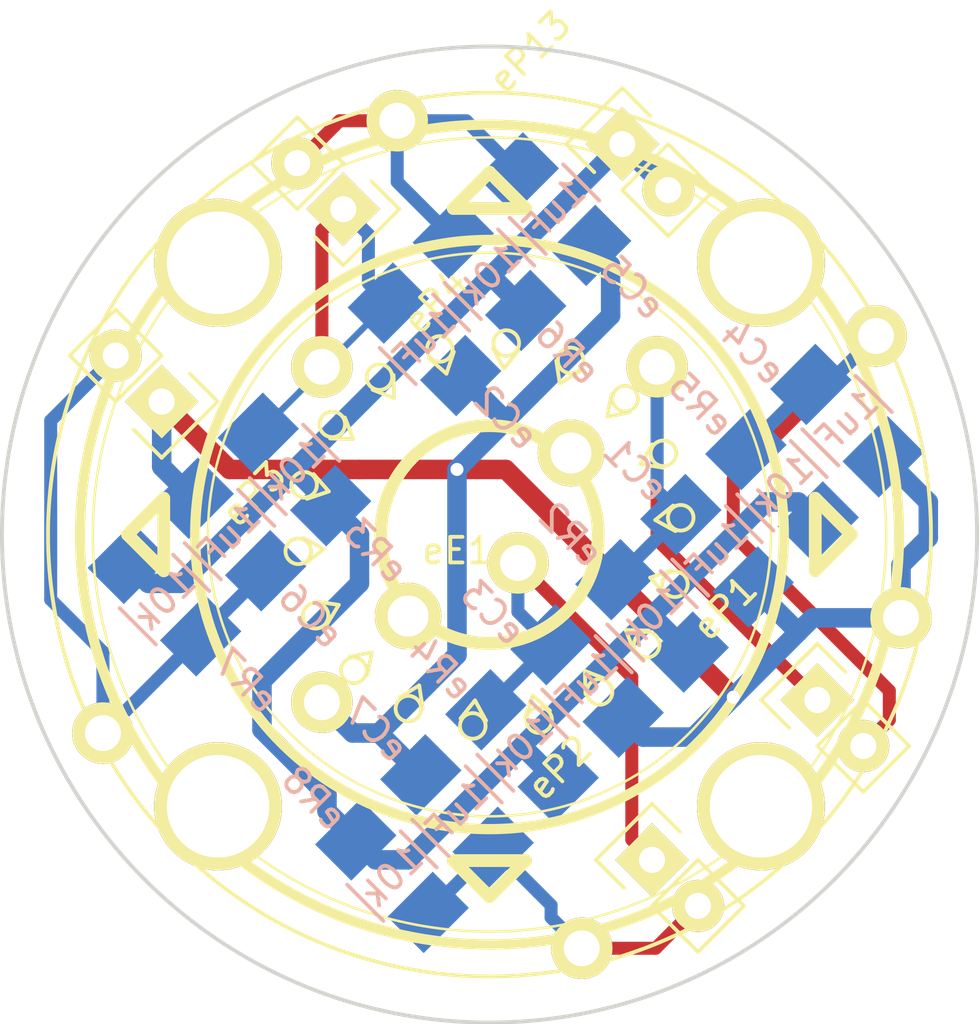
<source format=kicad_pcb>
(kicad_pcb (version 4) (host pcbnew 4.1.0-alpha+201607210716+6990~46~ubuntu15.10.1-product)

  (general
    (links 293)
    (no_connects 4)
    (area 72.948799 97.154554 111.201201 137.236201)
    (thickness 1.6)
    (drawings 1)
    (tracks 106)
    (zones 0)
    (modules 20)
    (nets 10)
  )

  (page A4)
  (layers
    (0 F.Cu signal)
    (31 B.Cu signal)
    (32 B.Adhes user)
    (33 F.Adhes user)
    (34 B.Paste user)
    (35 F.Paste user)
    (36 B.SilkS user)
    (37 F.SilkS user)
    (38 B.Mask user)
    (39 F.Mask user)
    (40 Dwgs.User user)
    (41 Cmts.User user)
    (42 Eco1.User user)
    (43 Eco2.User user)
    (44 Edge.Cuts user)
    (45 Margin user)
    (46 B.CrtYd user)
    (47 F.CrtYd user)
    (48 B.Fab user)
    (49 F.Fab user)
  )

  (setup
    (last_trace_width 0.254)
    (user_trace_width 0.254)
    (user_trace_width 0.508)
    (user_trace_width 0.762)
    (user_trace_width 1.016)
    (trace_clearance 0.1905)
    (zone_clearance 0.508)
    (zone_45_only no)
    (trace_min 0)
    (segment_width 0.2032)
    (edge_width 0.1524)
    (via_size 0.762)
    (via_drill 0.508)
    (via_min_size 0.4)
    (via_min_drill 0.3)
    (uvia_size 0.3)
    (uvia_drill 0.1)
    (uvias_allowed no)
    (uvia_min_size 0)
    (uvia_min_drill 0)
    (pcb_text_width 0.3048)
    (pcb_text_size 1.524 1.524)
    (mod_edge_width 0.1524)
    (mod_text_size 1.016 1.016)
    (mod_text_width 0.1524)
    (pad_size 1.524 1.524)
    (pad_drill 1.016)
    (pad_to_mask_clearance 0.2)
    (aux_axis_origin 0 0)
    (visible_elements FFFFEF7F)
    (pcbplotparams
      (layerselection 0x01130_80000001)
      (usegerberextensions false)
      (excludeedgelayer false)
      (linewidth 0.101600)
      (plotframeref true)
      (viasonmask false)
      (mode 1)
      (useauxorigin false)
      (hpglpennumber 1)
      (hpglpenspeed 20)
      (hpglpendiameter 15)
      (psnegative false)
      (psa4output false)
      (plotreference true)
      (plotvalue true)
      (plotinvisibletext false)
      (padsonsilk true)
      (subtractmaskfromsilk false)
      (outputformat 4)
      (mirror false)
      (drillshape 2)
      (scaleselection 1)
      (outputdirectory pdf/))
  )

  (net 0 "")
  (net 1 /eECA)
  (net 2 /eGND)
  (net 3 /eECB)
  (net 4 /eECS)
  (net 5 /eS2)
  (net 6 /eS3)
  (net 7 /eS4)
  (net 8 /eS5)
  (net 9 /eVCC)

  (net_class Default "This is the default net class."
    (clearance 0.1905)
    (trace_width 0.254)
    (via_dia 0.762)
    (via_drill 0.508)
    (uvia_dia 0.3)
    (uvia_drill 0.1)
  )

  (net_class 20mil ""
    (clearance 0.1905)
    (trace_width 0.508)
    (via_dia 0.762)
    (via_drill 0.508)
    (uvia_dia 0.3)
    (uvia_drill 0.1)
    (add_net /CS)
    (add_net /DC)
    (add_net /EAA)
    (add_net /EAB)
    (add_net /EAS)
    (add_net /EBA)
    (add_net /EBB)
    (add_net /EBS)
    (add_net /ECA)
    (add_net /ECB)
    (add_net /ECS)
    (add_net /L2)
    (add_net /LITE)
    (add_net /MOSI)
    (add_net /Pair)
    (add_net /RST)
    (add_net /RXD)
    (add_net /RX_BLE)
    (add_net /RX_PRO)
    (add_net /S2)
    (add_net /S3)
    (add_net /S4)
    (add_net /S5)
    (add_net /SCK)
    (add_net /TXD)
    (add_net /TX_BLE)
    (add_net /TX_PRO)
    (add_net /eEAA)
    (add_net /eEAB)
    (add_net /eEAS)
    (add_net /eEBA)
    (add_net /eEBB)
    (add_net /eEBS)
    (add_net /eECA)
    (add_net /eECB)
    (add_net /eECS)
    (add_net /eS2)
    (add_net /eS3)
    (add_net /eS4)
    (add_net /eS5)
    (add_net "Net-(R1-Pad2)")
    (add_net "Net-(S2-Pad2)")
    (add_net "Net-(U10-Pad10)")
    (add_net "Net-(U10-Pad12)")
    (add_net "Net-(U10-Pad13)")
    (add_net "Net-(U10-Pad14)")
    (add_net "Net-(U10-Pad15)")
    (add_net "Net-(U10-Pad16)")
    (add_net "Net-(U10-Pad17)")
    (add_net "Net-(U10-Pad18)")
    (add_net "Net-(U10-Pad21)")
    (add_net "Net-(U10-Pad22)")
    (add_net "Net-(U10-Pad29)")
    (add_net "Net-(U10-Pad4)")
    (add_net "Net-(U10-Pad8)")
    (add_net "Net-(U7-Pad11)")
    (add_net "Net-(U7-Pad12)")
    (add_net "Net-(U7-Pad19)")
    (add_net "Net-(U7-Pad20)")
    (add_net "Net-(U7-Pad21)")
    (add_net "Net-(U7-Pad22)")
    (add_net "Net-(U7-Pad23)")
    (add_net "Net-(U7-Pad24)")
    (add_net "Net-(U7-Pad25)")
    (add_net "Net-(U7-Pad26)")
    (add_net "Net-(U7-Pad27)")
    (add_net "Net-(U7-Pad28)")
    (add_net "Net-(U7-Pad29)")
    (add_net "Net-(U7-Pad3)")
    (add_net "Net-(U7-Pad30)")
    (add_net "Net-(U7-Pad6)")
    (add_net "Net-(U7-Pad7)")
    (add_net "Net-(U7-Pad8)")
    (add_net "Net-(U9-Pad1)")
    (add_net "Net-(U9-Pad10)")
    (add_net "Net-(U9-Pad12)")
    (add_net "Net-(U9-Pad15)")
    (add_net "Net-(U9-Pad17)")
    (add_net "Net-(U9-Pad18)")
    (add_net "Net-(U9-Pad19)")
    (add_net "Net-(U9-Pad2)")
    (add_net "Net-(U9-Pad22)")
    (add_net "Net-(U9-Pad23)")
    (add_net "Net-(U9-Pad24)")
    (add_net "Net-(U9-Pad25)")
    (add_net "Net-(U9-Pad28)")
  )

  (net_class 30mil ""
    (clearance 0.1905)
    (trace_width 0.762)
    (via_dia 0.762)
    (via_drill 0.508)
    (uvia_dia 0.3)
    (uvia_drill 0.1)
    (add_net /GND)
    (add_net /VCC)
    (add_net /eGND)
    (add_net /eVCC)
  )

  (net_class 40mil ""
    (clearance 0.1905)
    (trace_width 1.016)
    (via_dia 0.762)
    (via_drill 0.508)
    (uvia_dia 0.3)
    (uvia_drill 0.1)
  )

  (module velokey-footprints:C_1210_HandSoldering (layer B.Cu) (tedit 57CEF7D0) (tstamp 57CEF987)
    (at 106.045 113.665 315)
    (descr "Capacitor SMD 1210, hand soldering")
    (tags "capacitor 1210")
    (path /57CDE2ED/57CEA927)
    (attr smd)
    (fp_text reference eC4 (at -4.490128 0.71842 315) (layer B.SilkS)
      (effects (font (size 1 1) (thickness 0.15)) (justify mirror))
    )
    (fp_text value 1uF (at 0 0 45) (layer B.SilkS)
      (effects (font (size 1 1) (thickness 0.15)) (justify mirror))
    )
    (fp_line (start -3.3 1.6) (end 3.3 1.6) (layer B.CrtYd) (width 0.05))
    (fp_line (start -3.3 -1.6) (end 3.3 -1.6) (layer B.CrtYd) (width 0.05))
    (fp_line (start -3.3 1.6) (end -3.3 -1.6) (layer B.CrtYd) (width 0.05))
    (fp_line (start 3.3 1.6) (end 3.3 -1.6) (layer B.CrtYd) (width 0.05))
    (fp_line (start 1 1.475) (end -1 1.475) (layer B.SilkS) (width 0.15))
    (fp_line (start -1 -1.475) (end 1 -1.475) (layer B.SilkS) (width 0.15))
    (pad 1 smd rect (at -2 0 315) (size 2 2.5) (layers B.Cu B.Paste B.Mask)
      (net 5 /eS2))
    (pad 2 smd rect (at 2 0 315) (size 2 2.5) (layers B.Cu B.Paste B.Mask)
      (net 2 /eGND))
    (model ${KIPRJMOD}/3d_models/Cap_smd_1210.wrl
      (at (xyz 0 0 0))
      (scale (xyz 1 1 1))
      (rotate (xyz 0 0 0))
    )
  )

  (module velokey-footprints:C_1210_HandSoldering (layer B.Cu) (tedit 57CEF7DE) (tstamp 57CEF97C)
    (at 100.965 118.745 315)
    (descr "Capacitor SMD 1210, hand soldering")
    (tags "capacitor 1210")
    (path /57CDE2ED/57CEA921)
    (attr smd)
    (fp_text reference eC1 (at -4.490128 0 315) (layer B.SilkS)
      (effects (font (size 1 1) (thickness 0.15)) (justify mirror))
    )
    (fp_text value 1uF (at 0 0 45) (layer B.SilkS)
      (effects (font (size 1 1) (thickness 0.15)) (justify mirror))
    )
    (fp_line (start -3.3 1.6) (end 3.3 1.6) (layer B.CrtYd) (width 0.05))
    (fp_line (start -3.3 -1.6) (end 3.3 -1.6) (layer B.CrtYd) (width 0.05))
    (fp_line (start -3.3 1.6) (end -3.3 -1.6) (layer B.CrtYd) (width 0.05))
    (fp_line (start 3.3 1.6) (end 3.3 -1.6) (layer B.CrtYd) (width 0.05))
    (fp_line (start 1 1.475) (end -1 1.475) (layer B.SilkS) (width 0.15))
    (fp_line (start -1 -1.475) (end 1 -1.475) (layer B.SilkS) (width 0.15))
    (pad 1 smd rect (at -2 0 315) (size 2 2.5) (layers B.Cu B.Paste B.Mask)
      (net 1 /eECA))
    (pad 2 smd rect (at 2 0 315) (size 2 2.5) (layers B.Cu B.Paste B.Mask)
      (net 2 /eGND))
    (model ${KIPRJMOD}/3d_models/Cap_smd_1210.wrl
      (at (xyz 0 0 0))
      (scale (xyz 1 1 1))
      (rotate (xyz 0 0 0))
    )
  )

  (module velokey-footprints:R_1210_HandSoldering (layer B.Cu) (tedit 57CEF7DA) (tstamp 57CEF971)
    (at 103.505 116.205 135)
    (descr "Resistor SMD 1210, hand soldering")
    (tags "resistor 1210")
    (path /57CDE2ED/57CEA924)
    (attr smd)
    (fp_text reference eR5 (at 4.490128 0 135) (layer B.SilkS)
      (effects (font (size 1 1) (thickness 0.15)) (justify mirror))
    )
    (fp_text value 10k (at 0 0 225) (layer B.SilkS)
      (effects (font (size 1 1) (thickness 0.15)) (justify mirror))
    )
    (fp_line (start -3.3 1.6) (end 3.3 1.6) (layer B.CrtYd) (width 0.05))
    (fp_line (start -3.3 -1.6) (end 3.3 -1.6) (layer B.CrtYd) (width 0.05))
    (fp_line (start -3.3 1.6) (end -3.3 -1.6) (layer B.CrtYd) (width 0.05))
    (fp_line (start 3.3 1.6) (end 3.3 -1.6) (layer B.CrtYd) (width 0.05))
    (fp_line (start 1 -1.475) (end -1 -1.475) (layer B.SilkS) (width 0.15))
    (fp_line (start -1 1.475) (end 1 1.475) (layer B.SilkS) (width 0.15))
    (pad 1 smd rect (at -2 0 135) (size 2 2.5) (layers B.Cu B.Paste B.Mask)
      (net 9 /eVCC))
    (pad 2 smd rect (at 2 0 135) (size 2 2.5) (layers B.Cu B.Paste B.Mask)
      (net 5 /eS2))
    (model ${KIPRJMOD}/3d_models/Res_smd_1210.wrl
      (at (xyz 0 0 0))
      (scale (xyz 1 1 1))
      (rotate (xyz 0 0 0))
    )
  )

  (module velokey-footprints:R_1210_HandSoldering (layer B.Cu) (tedit 57CEF7E2) (tstamp 57CEF966)
    (at 98.425 121.285 135)
    (descr "Resistor SMD 1210, hand soldering")
    (tags "resistor 1210")
    (path /57CDE2ED/57CEA91E)
    (attr smd)
    (fp_text reference eR2 (at 4.490128 0 135) (layer B.SilkS)
      (effects (font (size 1 1) (thickness 0.15)) (justify mirror))
    )
    (fp_text value 10k (at 0 0 225) (layer B.SilkS)
      (effects (font (size 1 1) (thickness 0.15)) (justify mirror))
    )
    (fp_line (start -3.3 1.6) (end 3.3 1.6) (layer B.CrtYd) (width 0.05))
    (fp_line (start -3.3 -1.6) (end 3.3 -1.6) (layer B.CrtYd) (width 0.05))
    (fp_line (start -3.3 1.6) (end -3.3 -1.6) (layer B.CrtYd) (width 0.05))
    (fp_line (start 3.3 1.6) (end 3.3 -1.6) (layer B.CrtYd) (width 0.05))
    (fp_line (start 1 -1.475) (end -1 -1.475) (layer B.SilkS) (width 0.15))
    (fp_line (start -1 1.475) (end 1 1.475) (layer B.SilkS) (width 0.15))
    (pad 1 smd rect (at -2 0 135) (size 2 2.5) (layers B.Cu B.Paste B.Mask)
      (net 9 /eVCC))
    (pad 2 smd rect (at 2 0 135) (size 2 2.5) (layers B.Cu B.Paste B.Mask)
      (net 1 /eECA))
    (model ${KIPRJMOD}/3d_models/Res_smd_1210.wrl
      (at (xyz 0 0 0))
      (scale (xyz 1 1 1))
      (rotate (xyz 0 0 0))
    )
  )

  (module velokey-footprints:C_1210_HandSoldering (layer B.Cu) (tedit 57CEF7E6) (tstamp 57CEF95B)
    (at 95.885 123.825 315)
    (descr "Capacitor SMD 1210, hand soldering")
    (tags "capacitor 1210")
    (path /57CDE2ED/56F87DFD)
    (attr smd)
    (fp_text reference eC3 (at -4.490128 0.71842 315) (layer B.SilkS)
      (effects (font (size 1 1) (thickness 0.15)) (justify mirror))
    )
    (fp_text value 1uF (at 0 0 45) (layer B.SilkS)
      (effects (font (size 1 1) (thickness 0.15)) (justify mirror))
    )
    (fp_line (start -3.3 1.6) (end 3.3 1.6) (layer B.CrtYd) (width 0.05))
    (fp_line (start -3.3 -1.6) (end 3.3 -1.6) (layer B.CrtYd) (width 0.05))
    (fp_line (start -3.3 1.6) (end -3.3 -1.6) (layer B.CrtYd) (width 0.05))
    (fp_line (start 3.3 1.6) (end 3.3 -1.6) (layer B.CrtYd) (width 0.05))
    (fp_line (start 1 1.475) (end -1 1.475) (layer B.SilkS) (width 0.15))
    (fp_line (start -1 -1.475) (end 1 -1.475) (layer B.SilkS) (width 0.15))
    (pad 1 smd rect (at -2 0 315) (size 2 2.5) (layers B.Cu B.Paste B.Mask)
      (net 4 /eECS))
    (pad 2 smd rect (at 2 0 315) (size 2 2.5) (layers B.Cu B.Paste B.Mask)
      (net 2 /eGND))
    (model ${KIPRJMOD}/3d_models/Cap_smd_1210.wrl
      (at (xyz 0 0 0))
      (scale (xyz 1 1 1))
      (rotate (xyz 0 0 0))
    )
  )

  (module velokey-footprints:R_1210_HandSoldering (layer B.Cu) (tedit 57CEF7EB) (tstamp 57CEF950)
    (at 93.345 126.365 135)
    (descr "Resistor SMD 1210, hand soldering")
    (tags "resistor 1210")
    (path /57CDE2ED/57CEA920)
    (attr smd)
    (fp_text reference eR4 (at 4.400325 -0.089803 135) (layer B.SilkS)
      (effects (font (size 1 1) (thickness 0.15)) (justify mirror))
    )
    (fp_text value 10k (at 0 0 225) (layer B.SilkS)
      (effects (font (size 1 1) (thickness 0.15)) (justify mirror))
    )
    (fp_line (start -3.3 1.6) (end 3.3 1.6) (layer B.CrtYd) (width 0.05))
    (fp_line (start -3.3 -1.6) (end 3.3 -1.6) (layer B.CrtYd) (width 0.05))
    (fp_line (start -3.3 1.6) (end -3.3 -1.6) (layer B.CrtYd) (width 0.05))
    (fp_line (start 3.3 1.6) (end 3.3 -1.6) (layer B.CrtYd) (width 0.05))
    (fp_line (start 1 -1.475) (end -1 -1.475) (layer B.SilkS) (width 0.15))
    (fp_line (start -1 1.475) (end 1 1.475) (layer B.SilkS) (width 0.15))
    (pad 1 smd rect (at -2 0 135) (size 2 2.5) (layers B.Cu B.Paste B.Mask)
      (net 9 /eVCC))
    (pad 2 smd rect (at 2 0 135) (size 2 2.5) (layers B.Cu B.Paste B.Mask)
      (net 4 /eECS))
    (model ${KIPRJMOD}/3d_models/Res_smd_1210.wrl
      (at (xyz 0 0 0))
      (scale (xyz 1 1 1))
      (rotate (xyz 0 0 0))
    )
  )

  (module velokey-footprints:C_1210_HandSoldering (layer B.Cu) (tedit 57CEF7F0) (tstamp 57CEF945)
    (at 90.805 128.905 135)
    (descr "Capacitor SMD 1210, hand soldering")
    (tags "capacitor 1210")
    (path /57CDE2ED/57CEA92B)
    (attr smd)
    (fp_text reference eC7 (at 4.490128 0 135) (layer B.SilkS)
      (effects (font (size 1 1) (thickness 0.15)) (justify mirror))
    )
    (fp_text value 1uF (at 0 0 225) (layer B.SilkS)
      (effects (font (size 1 1) (thickness 0.15)) (justify mirror))
    )
    (fp_line (start -3.3 1.6) (end 3.3 1.6) (layer B.CrtYd) (width 0.05))
    (fp_line (start -3.3 -1.6) (end 3.3 -1.6) (layer B.CrtYd) (width 0.05))
    (fp_line (start -3.3 1.6) (end -3.3 -1.6) (layer B.CrtYd) (width 0.05))
    (fp_line (start 3.3 1.6) (end 3.3 -1.6) (layer B.CrtYd) (width 0.05))
    (fp_line (start 1 1.475) (end -1 1.475) (layer B.SilkS) (width 0.15))
    (fp_line (start -1 -1.475) (end 1 -1.475) (layer B.SilkS) (width 0.15))
    (pad 1 smd rect (at -2 0 135) (size 2 2.5) (layers B.Cu B.Paste B.Mask)
      (net 8 /eS5))
    (pad 2 smd rect (at 2 0 135) (size 2 2.5) (layers B.Cu B.Paste B.Mask)
      (net 2 /eGND))
    (model ${KIPRJMOD}/3d_models/Cap_smd_1210.wrl
      (at (xyz 0 0 0))
      (scale (xyz 1 1 1))
      (rotate (xyz 0 0 0))
    )
  )

  (module velokey-footprints:R_1210_HandSoldering (layer B.Cu) (tedit 57CEF7BB) (tstamp 57CEF93A)
    (at 84.455 115.57 135)
    (descr "Resistor SMD 1210, hand soldering")
    (tags "resistor 1210")
    (path /57CDE2ED/57CEA91F)
    (attr smd)
    (fp_text reference eR3 (at -4.490128 0 135) (layer B.SilkS)
      (effects (font (size 1 1) (thickness 0.15)) (justify mirror))
    )
    (fp_text value 10k (at 0 0 225) (layer B.SilkS)
      (effects (font (size 1 1) (thickness 0.15)) (justify mirror))
    )
    (fp_line (start -3.3 1.6) (end 3.3 1.6) (layer B.CrtYd) (width 0.05))
    (fp_line (start -3.3 -1.6) (end 3.3 -1.6) (layer B.CrtYd) (width 0.05))
    (fp_line (start -3.3 1.6) (end -3.3 -1.6) (layer B.CrtYd) (width 0.05))
    (fp_line (start 3.3 1.6) (end 3.3 -1.6) (layer B.CrtYd) (width 0.05))
    (fp_line (start 1 -1.475) (end -1 -1.475) (layer B.SilkS) (width 0.15))
    (fp_line (start -1 1.475) (end 1 1.475) (layer B.SilkS) (width 0.15))
    (pad 1 smd rect (at -2 0 135) (size 2 2.5) (layers B.Cu B.Paste B.Mask)
      (net 9 /eVCC))
    (pad 2 smd rect (at 2 0 135) (size 2 2.5) (layers B.Cu B.Paste B.Mask)
      (net 3 /eECB))
    (model ${KIPRJMOD}/3d_models/Res_smd_1210.wrl
      (at (xyz 0 0 0))
      (scale (xyz 1 1 1))
      (rotate (xyz 0 0 0))
    )
  )

  (module velokey-footprints:R_1210_HandSoldering (layer B.Cu) (tedit 57CEF7B1) (tstamp 57CEF92F)
    (at 79.375 120.65 315)
    (descr "Resistor SMD 1210, hand soldering")
    (tags "resistor 1210")
    (path /57CDE2ED/57CEA926)
    (attr smd)
    (fp_text reference eR7 (at 4.490128 0 315) (layer B.SilkS)
      (effects (font (size 1 1) (thickness 0.15)) (justify mirror))
    )
    (fp_text value 10k (at 0 0 45) (layer B.SilkS)
      (effects (font (size 1 1) (thickness 0.15)) (justify mirror))
    )
    (fp_line (start -3.3 1.6) (end 3.3 1.6) (layer B.CrtYd) (width 0.05))
    (fp_line (start -3.3 -1.6) (end 3.3 -1.6) (layer B.CrtYd) (width 0.05))
    (fp_line (start -3.3 1.6) (end -3.3 -1.6) (layer B.CrtYd) (width 0.05))
    (fp_line (start 3.3 1.6) (end 3.3 -1.6) (layer B.CrtYd) (width 0.05))
    (fp_line (start 1 -1.475) (end -1 -1.475) (layer B.SilkS) (width 0.15))
    (fp_line (start -1 1.475) (end 1 1.475) (layer B.SilkS) (width 0.15))
    (pad 1 smd rect (at -2 0 315) (size 2 2.5) (layers B.Cu B.Paste B.Mask)
      (net 9 /eVCC))
    (pad 2 smd rect (at 2 0 315) (size 2 2.5) (layers B.Cu B.Paste B.Mask)
      (net 7 /eS4))
    (model ${KIPRJMOD}/3d_models/Res_smd_1210.wrl
      (at (xyz 0 0 0))
      (scale (xyz 1 1 1))
      (rotate (xyz 0 0 0))
    )
  )

  (module velokey-footprints:R_1210_HandSoldering (layer B.Cu) (tedit 57CEF7F4) (tstamp 57CEF924)
    (at 88.265 131.445 315)
    (descr "Resistor SMD 1210, hand soldering")
    (tags "resistor 1210")
    (path /57CDE2ED/57CEA92A)
    (attr smd)
    (fp_text reference eR8 (at -4.310523 0 315) (layer B.SilkS)
      (effects (font (size 1 1) (thickness 0.15)) (justify mirror))
    )
    (fp_text value 10k (at 0 0 45) (layer B.SilkS)
      (effects (font (size 1 1) (thickness 0.15)) (justify mirror))
    )
    (fp_line (start -3.3 1.6) (end 3.3 1.6) (layer B.CrtYd) (width 0.05))
    (fp_line (start -3.3 -1.6) (end 3.3 -1.6) (layer B.CrtYd) (width 0.05))
    (fp_line (start -3.3 1.6) (end -3.3 -1.6) (layer B.CrtYd) (width 0.05))
    (fp_line (start 3.3 1.6) (end 3.3 -1.6) (layer B.CrtYd) (width 0.05))
    (fp_line (start 1 -1.475) (end -1 -1.475) (layer B.SilkS) (width 0.15))
    (fp_line (start -1 1.475) (end 1 1.475) (layer B.SilkS) (width 0.15))
    (pad 1 smd rect (at -2 0 315) (size 2 2.5) (layers B.Cu B.Paste B.Mask)
      (net 9 /eVCC))
    (pad 2 smd rect (at 2 0 315) (size 2 2.5) (layers B.Cu B.Paste B.Mask)
      (net 8 /eS5))
    (model ${KIPRJMOD}/3d_models/Res_smd_1210.wrl
      (at (xyz 0 0 0))
      (scale (xyz 1 1 1))
      (rotate (xyz 0 0 0))
    )
  )

  (module velokey-footprints:C_1210_HandSoldering (layer B.Cu) (tedit 57CEF7B5) (tstamp 57CEF919)
    (at 81.915 118.11 135)
    (descr "Capacitor SMD 1210, hand soldering")
    (tags "capacitor 1210")
    (path /57CDE2ED/57CEA929)
    (attr smd)
    (fp_text reference eC6 (at -4.490128 0 135) (layer B.SilkS)
      (effects (font (size 1 1) (thickness 0.15)) (justify mirror))
    )
    (fp_text value 1uF (at 0 0 45) (layer B.SilkS)
      (effects (font (size 1 1) (thickness 0.15)) (justify mirror))
    )
    (fp_line (start -3.3 1.6) (end 3.3 1.6) (layer B.CrtYd) (width 0.05))
    (fp_line (start -3.3 -1.6) (end 3.3 -1.6) (layer B.CrtYd) (width 0.05))
    (fp_line (start -3.3 1.6) (end -3.3 -1.6) (layer B.CrtYd) (width 0.05))
    (fp_line (start 3.3 1.6) (end 3.3 -1.6) (layer B.CrtYd) (width 0.05))
    (fp_line (start 1 1.475) (end -1 1.475) (layer B.SilkS) (width 0.15))
    (fp_line (start -1 -1.475) (end 1 -1.475) (layer B.SilkS) (width 0.15))
    (pad 1 smd rect (at -2 0 135) (size 2 2.5) (layers B.Cu B.Paste B.Mask)
      (net 7 /eS4))
    (pad 2 smd rect (at 2 0 135) (size 2 2.5) (layers B.Cu B.Paste B.Mask)
      (net 2 /eGND))
    (model ${KIPRJMOD}/3d_models/Cap_smd_1210.wrl
      (at (xyz 0 0 0))
      (scale (xyz 1 1 1))
      (rotate (xyz 0 0 0))
    )
  )

  (module velokey-footprints:R_1210_HandSoldering (layer B.Cu) (tedit 57CEF7C5) (tstamp 57CEF872)
    (at 92.075 107.95 135)
    (descr "Resistor SMD 1210, hand soldering")
    (tags "resistor 1210")
    (path /57CDE2ED/57CEA925)
    (attr smd)
    (fp_text reference eR6 (at -4.310523 0 135) (layer B.SilkS)
      (effects (font (size 1 1) (thickness 0.15)) (justify mirror))
    )
    (fp_text value 10k (at 0 0 225) (layer B.SilkS)
      (effects (font (size 1 1) (thickness 0.15)) (justify mirror))
    )
    (fp_line (start -3.3 1.6) (end 3.3 1.6) (layer B.CrtYd) (width 0.05))
    (fp_line (start -3.3 -1.6) (end 3.3 -1.6) (layer B.CrtYd) (width 0.05))
    (fp_line (start -3.3 1.6) (end -3.3 -1.6) (layer B.CrtYd) (width 0.05))
    (fp_line (start 3.3 1.6) (end 3.3 -1.6) (layer B.CrtYd) (width 0.05))
    (fp_line (start 1 -1.475) (end -1 -1.475) (layer B.SilkS) (width 0.15))
    (fp_line (start -1 1.475) (end 1 1.475) (layer B.SilkS) (width 0.15))
    (pad 1 smd rect (at -2 0 135) (size 2 2.5) (layers B.Cu B.Paste B.Mask)
      (net 9 /eVCC))
    (pad 2 smd rect (at 2 0 135) (size 2 2.5) (layers B.Cu B.Paste B.Mask)
      (net 6 /eS3))
    (model ${KIPRJMOD}/3d_models/Res_smd_1210.wrl
      (at (xyz 0 0 0))
      (scale (xyz 1 1 1))
      (rotate (xyz 0 0 0))
    )
  )

  (module velokey-footprints:C_1210_HandSoldering (layer B.Cu) (tedit 57CEF7CB) (tstamp 57CEF867)
    (at 94.615 105.41 315)
    (descr "Capacitor SMD 1210, hand soldering")
    (tags "capacitor 1210")
    (path /57CDE2ED/57CEA928)
    (attr smd)
    (fp_text reference eC5 (at 4.310523 0 315) (layer B.SilkS)
      (effects (font (size 1 1) (thickness 0.15)) (justify mirror))
    )
    (fp_text value 1uF (at 0 0 45) (layer B.SilkS)
      (effects (font (size 1 1) (thickness 0.15)) (justify mirror))
    )
    (fp_line (start -3.3 1.6) (end 3.3 1.6) (layer B.CrtYd) (width 0.05))
    (fp_line (start -3.3 -1.6) (end 3.3 -1.6) (layer B.CrtYd) (width 0.05))
    (fp_line (start -3.3 1.6) (end -3.3 -1.6) (layer B.CrtYd) (width 0.05))
    (fp_line (start 3.3 1.6) (end 3.3 -1.6) (layer B.CrtYd) (width 0.05))
    (fp_line (start 1 1.475) (end -1 1.475) (layer B.SilkS) (width 0.15))
    (fp_line (start -1 -1.475) (end 1 -1.475) (layer B.SilkS) (width 0.15))
    (pad 1 smd rect (at -2 0 315) (size 2 2.5) (layers B.Cu B.Paste B.Mask)
      (net 6 /eS3))
    (pad 2 smd rect (at 2 0 315) (size 2 2.5) (layers B.Cu B.Paste B.Mask)
      (net 2 /eGND))
    (model ${KIPRJMOD}/3d_models/Cap_smd_1210.wrl
      (at (xyz 0 0 0))
      (scale (xyz 1 1 1))
      (rotate (xyz 0 0 0))
    )
  )

  (module velokey-footprints:C_1210_HandSoldering (layer B.Cu) (tedit 57CEF7C1) (tstamp 57CEF84F)
    (at 89.535 110.49 315)
    (descr "Capacitor SMD 1210, hand soldering")
    (tags "capacitor 1210")
    (path /57CDE2ED/57CEA922)
    (attr smd)
    (fp_text reference eC2 (at 4.400325 -0.089803 315) (layer B.SilkS)
      (effects (font (size 1 1) (thickness 0.15)) (justify mirror))
    )
    (fp_text value 1uF (at 0 0 45) (layer B.SilkS)
      (effects (font (size 1 1) (thickness 0.15)) (justify mirror))
    )
    (fp_line (start -3.3 1.6) (end 3.3 1.6) (layer B.CrtYd) (width 0.05))
    (fp_line (start -3.3 -1.6) (end 3.3 -1.6) (layer B.CrtYd) (width 0.05))
    (fp_line (start -3.3 1.6) (end -3.3 -1.6) (layer B.CrtYd) (width 0.05))
    (fp_line (start 3.3 1.6) (end 3.3 -1.6) (layer B.CrtYd) (width 0.05))
    (fp_line (start 1 1.475) (end -1 1.475) (layer B.SilkS) (width 0.15))
    (fp_line (start -1 -1.475) (end 1 -1.475) (layer B.SilkS) (width 0.15))
    (pad 1 smd rect (at -2 0 315) (size 2 2.5) (layers B.Cu B.Paste B.Mask)
      (net 3 /eECB))
    (pad 2 smd rect (at 2 0 315) (size 2 2.5) (layers B.Cu B.Paste B.Mask)
      (net 2 /eGND))
    (model ${KIPRJMOD}/3d_models/Cap_smd_1210.wrl
      (at (xyz 0 0 0))
      (scale (xyz 1 1 1))
      (rotate (xyz 0 0 0))
    )
  )

  (module Pin_Headers:Pin_Header_Straight_1x02 (layer F.Cu) (tedit 57CEF7A0) (tstamp 57CEF62F)
    (at 79.26604 112.921062 225)
    (descr "Through hole pin header")
    (tags "pin header")
    (path /57CDE2ED/57CEA92E)
    (fp_text reference eP3 (at 0 -5.1 225) (layer F.SilkS)
      (effects (font (size 1 1) (thickness 0.15)))
    )
    (fp_text value ENC_C_3 (at 0 -3.1 225) (layer F.Fab) hide
      (effects (font (size 1 1) (thickness 0.15)))
    )
    (fp_line (start 1.27 1.27) (end 1.27 3.81) (layer F.SilkS) (width 0.15))
    (fp_line (start 1.55 -1.55) (end 1.55 0) (layer F.SilkS) (width 0.15))
    (fp_line (start -1.75 -1.75) (end -1.75 4.3) (layer F.CrtYd) (width 0.05))
    (fp_line (start 1.75 -1.75) (end 1.75 4.3) (layer F.CrtYd) (width 0.05))
    (fp_line (start -1.75 -1.75) (end 1.75 -1.75) (layer F.CrtYd) (width 0.05))
    (fp_line (start -1.75 4.3) (end 1.75 4.3) (layer F.CrtYd) (width 0.05))
    (fp_line (start 1.27 1.27) (end -1.27 1.27) (layer F.SilkS) (width 0.15))
    (fp_line (start -1.55 0) (end -1.55 -1.55) (layer F.SilkS) (width 0.15))
    (fp_line (start -1.55 -1.55) (end 1.55 -1.55) (layer F.SilkS) (width 0.15))
    (fp_line (start -1.27 1.27) (end -1.27 3.81) (layer F.SilkS) (width 0.15))
    (fp_line (start -1.27 3.81) (end 1.27 3.81) (layer F.SilkS) (width 0.15))
    (pad 1 thru_hole rect (at 0 0 225) (size 2.032 2.032) (drill 1.016) (layers *.Cu *.Mask F.SilkS)
      (net 2 /eGND))
    (pad 2 thru_hole oval (at 0 2.54 225) (size 2.032 2.032) (drill 1.016) (layers *.Cu *.Mask F.SilkS)
      (net 7 /eS4))
    (model Pin_Headers.3dshapes/Pin_Header_Straight_1x02.wrl
      (at (xyz 0 -0.05 0))
      (scale (xyz 1 1 1))
      (rotate (xyz 0 0 90))
    )
  )

  (module velokey-footprints:TSWB3NCB222LFS (layer F.Cu) (tedit 57CEF793) (tstamp 57CEF5D5)
    (at 92.075 118.11 45)
    (path /57CDE2ED/56F82F4A)
    (fp_text reference eE1 (at -1.347038 -0.449013) (layer F.SilkS)
      (effects (font (size 1 1) (thickness 0.15)))
    )
    (fp_text value ENC_C (at 0.898026 -0.898026 180) (layer F.Fab)
      (effects (font (size 1 1) (thickness 0.15)))
    )
    (fp_line (start -10 8) (end -8 10) (layer F.SilkS) (width 0.5))
    (fp_line (start -8 10) (end -10 10) (layer F.SilkS) (width 0.5))
    (fp_line (start -10 10) (end -10 8) (layer F.SilkS) (width 0.5))
    (fp_line (start 8 10) (end 10 8) (layer F.SilkS) (width 0.5))
    (fp_line (start 10 8) (end 10 10) (layer F.SilkS) (width 0.5))
    (fp_line (start 10 10) (end 8 10) (layer F.SilkS) (width 0.5))
    (fp_line (start 8 -10) (end 10 -8) (layer F.SilkS) (width 0.5))
    (fp_line (start 10 -8) (end 10 -10) (layer F.SilkS) (width 0.5))
    (fp_line (start 10 -10) (end 8 -10) (layer F.SilkS) (width 0.5))
    (fp_line (start -10 -8) (end -10 -10) (layer F.SilkS) (width 0.5))
    (fp_line (start -10 -10) (end -8 -10) (layer F.SilkS) (width 0.5))
    (fp_line (start -10 -8) (end -8 -10) (layer F.SilkS) (width 0.5))
    (fp_line (start 6.5 0) (end 7.25 0.5) (layer F.SilkS) (width 0.15))
    (fp_line (start 7.25 -0.5) (end 6.5 0) (layer F.SilkS) (width 0.15))
    (fp_circle (center 7.5 0) (end 7.5 -0.5) (layer F.SilkS) (width 0.15))
    (fp_circle (center 0 0) (end 15.5 0) (layer F.SilkS) (width 0.1))
    (fp_circle (center 0 0) (end 11 0) (layer F.SilkS) (width 0.1))
    (fp_circle (center 0 0) (end 16 0) (layer F.SilkS) (width 0.4))
    (fp_circle (center 0 0) (end 17.25 0) (layer F.SilkS) (width 0.15))
    (fp_circle (center 0 0) (end 11.5 0) (layer F.SilkS) (width 0.4))
    (fp_circle (center 0 0) (end 4.25 0) (layer F.SilkS) (width 0.5))
    (fp_circle (center 7.047695 -2.565151) (end 6.876685 -3.034997) (layer F.SilkS) (width 0.15))
    (fp_circle (center 5.745333 -4.820907) (end 5.42394 -5.203929) (layer F.SilkS) (width 0.15))
    (fp_circle (center 3.75 -6.495191) (end 3.316987 -6.745191) (layer F.SilkS) (width 0.15))
    (fp_circle (center 1.302361 -7.386058) (end 0.809957 -7.472882) (layer F.SilkS) (width 0.15))
    (fp_circle (center -1.302361 -7.386058) (end -1.794765 -7.299234) (layer F.SilkS) (width 0.15))
    (fp_circle (center -3.75 -6.495191) (end -4.183013 -6.245191) (layer F.SilkS) (width 0.15))
    (fp_circle (center -5.745333 -4.820907) (end -6.066727 -4.437885) (layer F.SilkS) (width 0.15))
    (fp_circle (center -7.047695 -2.565151) (end -7.218705 -2.095305) (layer F.SilkS) (width 0.15))
    (fp_circle (center -7.5 0) (end -7.5 0.5) (layer F.SilkS) (width 0.15))
    (fp_circle (center -7.047695 2.565151) (end -6.876685 3.034997) (layer F.SilkS) (width 0.15))
    (fp_circle (center -5.745333 4.820907) (end -5.42394 5.203929) (layer F.SilkS) (width 0.15))
    (fp_circle (center -3.75 6.495191) (end -3.316987 6.745191) (layer F.SilkS) (width 0.15))
    (fp_circle (center -1.302361 7.386058) (end -0.809957 7.472882) (layer F.SilkS) (width 0.15))
    (fp_circle (center 1.302361 7.386058) (end 1.794765 7.299234) (layer F.SilkS) (width 0.15))
    (fp_circle (center 3.75 6.495191) (end 4.183013 6.245191) (layer F.SilkS) (width 0.15))
    (fp_circle (center 5.745333 4.820907) (end 6.066727 4.437885) (layer F.SilkS) (width 0.15))
    (fp_circle (center 7.047695 2.565151) (end 7.218705 2.095305) (layer F.SilkS) (width 0.15))
    (fp_line (start 6.108002 -2.223131) (end 6.983782 -2.0098) (layer F.SilkS) (width 0.15))
    (fp_line (start 4.979289 -4.178119) (end 5.875216 -4.277188) (layer F.SilkS) (width 0.15))
    (fp_line (start 3.25 -5.629165) (end 4.058013 -6.028684) (layer F.SilkS) (width 0.15))
    (fp_line (start 1.128713 -6.40125) (end 1.751353 -7.053032) (layer F.SilkS) (width 0.15))
    (fp_line (start -1.128713 -6.40125) (end -0.766545 -7.22668) (layer F.SilkS) (width 0.15))
    (fp_line (start -3.25 -5.629165) (end -3.191987 -6.528684) (layer F.SilkS) (width 0.15))
    (fp_line (start -4.979289 -4.178119) (end -5.232428 -5.043232) (layer F.SilkS) (width 0.15))
    (fp_line (start -6.108002 -2.223131) (end -6.641761 -2.949492) (layer F.SilkS) (width 0.15))
    (fp_line (start -6.5 0) (end -7.25 -0.5) (layer F.SilkS) (width 0.15))
    (fp_line (start -6.108002 2.223131) (end -6.983782 2.0098) (layer F.SilkS) (width 0.15))
    (fp_line (start -4.979289 4.178119) (end -5.875216 4.277188) (layer F.SilkS) (width 0.15))
    (fp_line (start -3.25 5.629165) (end -4.058013 6.028684) (layer F.SilkS) (width 0.15))
    (fp_line (start -1.128713 6.40125) (end -1.751353 7.053032) (layer F.SilkS) (width 0.15))
    (fp_line (start 1.128713 6.40125) (end 0.766545 7.22668) (layer F.SilkS) (width 0.15))
    (fp_line (start 3.25 5.629165) (end 3.191987 6.528684) (layer F.SilkS) (width 0.15))
    (fp_line (start 4.979289 4.178119) (end 5.232428 5.043232) (layer F.SilkS) (width 0.15))
    (fp_line (start 6.108002 2.223131) (end 6.641761 2.949492) (layer F.SilkS) (width 0.15))
    (fp_line (start 6.641761 -2.949492) (end 6.108002 -2.223131) (layer F.SilkS) (width 0.15))
    (fp_line (start 5.232428 -5.043232) (end 4.979289 -4.178119) (layer F.SilkS) (width 0.15))
    (fp_line (start 3.191987 -6.528684) (end 3.25 -5.629165) (layer F.SilkS) (width 0.15))
    (fp_line (start 0.766545 -7.22668) (end 1.128713 -6.40125) (layer F.SilkS) (width 0.15))
    (fp_line (start -1.751353 -7.053032) (end -1.128713 -6.40125) (layer F.SilkS) (width 0.15))
    (fp_line (start -4.058013 -6.028684) (end -3.25 -5.629165) (layer F.SilkS) (width 0.15))
    (fp_line (start -5.875216 -4.277188) (end -4.979289 -4.178119) (layer F.SilkS) (width 0.15))
    (fp_line (start -6.983782 -2.0098) (end -6.108002 -2.223131) (layer F.SilkS) (width 0.15))
    (fp_line (start -7.25 0.5) (end -6.5 0) (layer F.SilkS) (width 0.15))
    (fp_line (start -6.641761 2.949492) (end -6.108002 2.223131) (layer F.SilkS) (width 0.15))
    (fp_line (start -5.232428 5.043232) (end -4.979289 4.178119) (layer F.SilkS) (width 0.15))
    (fp_line (start -3.191987 6.528684) (end -3.25 5.629165) (layer F.SilkS) (width 0.15))
    (fp_line (start -0.766545 7.22668) (end -1.128713 6.40125) (layer F.SilkS) (width 0.15))
    (fp_line (start 1.751353 7.053032) (end 1.128713 6.40125) (layer F.SilkS) (width 0.15))
    (fp_line (start 4.058013 6.028684) (end 3.25 5.629165) (layer F.SilkS) (width 0.15))
    (fp_line (start 5.875216 4.277188) (end 4.979289 4.178119) (layer F.SilkS) (width 0.15))
    (fp_line (start 6.983782 2.0098) (end 6.108002 2.223131) (layer F.SilkS) (width 0.15))
    (pad 4 thru_hole circle (at 0 1.57 45) (size 2.4 2.4) (drill 1.4) (layers *.Cu *.Mask F.SilkS)
      (net 4 /eECS))
    (pad 12 thru_hole circle (at 0 -15 45) (size 5 5) (drill 4) (layers *.Cu *.Mask F.SilkS))
    (pad 2 thru_hole circle (at -9.26 0 45) (size 2.4 2.4) (drill 1.4) (layers *.Cu *.Mask F.SilkS)
      (net 2 /eGND))
    (pad 14 thru_hole circle (at 0 15 45) (size 5 5) (drill 4) (layers *.Cu *.Mask F.SilkS))
    (pad 1 thru_hole circle (at 9.26 0 45) (size 2.4 2.4) (drill 1.4) (layers *.Cu *.Mask F.SilkS)
      (net 1 /eECA))
    (pad 13 thru_hole circle (at -15 0 45) (size 5 5) (drill 4) (layers *.Cu *.Mask F.SilkS))
    (pad 15 thru_hole circle (at 15 0 45) (size 5 5) (drill 4) (layers *.Cu *.Mask F.SilkS))
    (pad 5 thru_hole circle (at -4.5 0 45) (size 2.6 2.6) (drill 1.6) (layers *.Cu *.Mask F.SilkS))
    (pad 6 thru_hole circle (at 4.5 0 45) (size 2.6 2.6) (drill 1.6) (layers *.Cu *.Mask F.SilkS))
    (pad 9 thru_hole circle (at -16.16 -5.2 45) (size 2.4 2.4) (drill 1.4) (layers *.Cu *.Mask F.SilkS)
      (net 7 /eS4))
    (pad 3 thru_hole circle (at 0 -9.26 45) (size 2.4 2.4) (drill 1.4) (layers *.Cu *.Mask F.SilkS)
      (net 3 /eECB))
    (pad 8 thru_hole circle (at 8.87 -13.97 45) (size 2.4 2.4) (drill 1.4) (layers *.Cu *.Mask F.SilkS)
      (net 6 /eS3))
    (pad 10 thru_hole circle (at -8.87 13.97 45) (size 2.4 2.4) (drill 1.4) (layers *.Cu *.Mask F.SilkS)
      (net 8 /eS5))
    (pad 11 thru_hole circle (at 9.07 13.67 45) (size 2.4 2.4) (drill 1.4) (layers *.Cu *.Mask F.SilkS)
      (net 2 /eGND))
    (pad 7 thru_hole circle (at 16.16 5.2 45) (size 2.4 2.4) (drill 1.4) (layers *.Cu *.Mask F.SilkS)
      (net 5 /eS2))
  )

  (module Pin_Headers:Pin_Header_Straight_1x02 (layer F.Cu) (tedit 57CEF819) (tstamp 57CEF5C5)
    (at 98.425 130.81 45)
    (descr "Through hole pin header")
    (tags "pin header")
    (path /57CDE2ED/57CEA92D)
    (fp_text reference eP2 (at 0 -5.1 45) (layer F.SilkS)
      (effects (font (size 1 1) (thickness 0.15)))
    )
    (fp_text value ENC_C_2 (at 0 -3.1 45) (layer F.Fab) hide
      (effects (font (size 1 1) (thickness 0.15)))
    )
    (fp_line (start 1.27 1.27) (end 1.27 3.81) (layer F.SilkS) (width 0.15))
    (fp_line (start 1.55 -1.55) (end 1.55 0) (layer F.SilkS) (width 0.15))
    (fp_line (start -1.75 -1.75) (end -1.75 4.3) (layer F.CrtYd) (width 0.05))
    (fp_line (start 1.75 -1.75) (end 1.75 4.3) (layer F.CrtYd) (width 0.05))
    (fp_line (start -1.75 -1.75) (end 1.75 -1.75) (layer F.CrtYd) (width 0.05))
    (fp_line (start -1.75 4.3) (end 1.75 4.3) (layer F.CrtYd) (width 0.05))
    (fp_line (start 1.27 1.27) (end -1.27 1.27) (layer F.SilkS) (width 0.15))
    (fp_line (start -1.55 0) (end -1.55 -1.55) (layer F.SilkS) (width 0.15))
    (fp_line (start -1.55 -1.55) (end 1.55 -1.55) (layer F.SilkS) (width 0.15))
    (fp_line (start -1.27 1.27) (end -1.27 3.81) (layer F.SilkS) (width 0.15))
    (fp_line (start -1.27 3.81) (end 1.27 3.81) (layer F.SilkS) (width 0.15))
    (pad 1 thru_hole rect (at 0 0 45) (size 2.032 2.032) (drill 1.016) (layers *.Cu *.Mask F.SilkS)
      (net 4 /eECS))
    (pad 2 thru_hole oval (at 0 2.54 45) (size 2.032 2.032) (drill 1.016) (layers *.Cu *.Mask F.SilkS)
      (net 8 /eS5))
    (model Pin_Headers.3dshapes/Pin_Header_Straight_1x02.wrl
      (at (xyz 0 -0.05 0))
      (scale (xyz 1 1 1))
      (rotate (xyz 0 0 90))
    )
  )

  (module Pin_Headers:Pin_Header_Straight_1x02 (layer F.Cu) (tedit 57CEF825) (tstamp 57CEF5B5)
    (at 86.36 105.41 225)
    (descr "Through hole pin header")
    (tags "pin header")
    (path /57CDE2ED/57CD7D13)
    (fp_text reference eP4 (at 0 -5.1 225) (layer F.SilkS)
      (effects (font (size 1 1) (thickness 0.15)))
    )
    (fp_text value ENC_C_4 (at 0 -3.1 225) (layer F.Fab) hide
      (effects (font (size 1 1) (thickness 0.15)))
    )
    (fp_line (start 1.27 1.27) (end 1.27 3.81) (layer F.SilkS) (width 0.15))
    (fp_line (start 1.55 -1.55) (end 1.55 0) (layer F.SilkS) (width 0.15))
    (fp_line (start -1.75 -1.75) (end -1.75 4.3) (layer F.CrtYd) (width 0.05))
    (fp_line (start 1.75 -1.75) (end 1.75 4.3) (layer F.CrtYd) (width 0.05))
    (fp_line (start -1.75 -1.75) (end 1.75 -1.75) (layer F.CrtYd) (width 0.05))
    (fp_line (start -1.75 4.3) (end 1.75 4.3) (layer F.CrtYd) (width 0.05))
    (fp_line (start 1.27 1.27) (end -1.27 1.27) (layer F.SilkS) (width 0.15))
    (fp_line (start -1.55 0) (end -1.55 -1.55) (layer F.SilkS) (width 0.15))
    (fp_line (start -1.55 -1.55) (end 1.55 -1.55) (layer F.SilkS) (width 0.15))
    (fp_line (start -1.27 1.27) (end -1.27 3.81) (layer F.SilkS) (width 0.15))
    (fp_line (start -1.27 3.81) (end 1.27 3.81) (layer F.SilkS) (width 0.15))
    (pad 1 thru_hole rect (at 0 0 225) (size 2.032 2.032) (drill 1.016) (layers *.Cu *.Mask F.SilkS)
      (net 3 /eECB))
    (pad 2 thru_hole oval (at 0 2.54 225) (size 2.032 2.032) (drill 1.016) (layers *.Cu *.Mask F.SilkS)
      (net 6 /eS3))
    (model Pin_Headers.3dshapes/Pin_Header_Straight_1x02.wrl
      (at (xyz 0 -0.05 0))
      (scale (xyz 1 1 1))
      (rotate (xyz 0 0 90))
    )
  )

  (module Pin_Headers:Pin_Header_Straight_1x02 (layer F.Cu) (tedit 57CEF81E) (tstamp 57CEF5A5)
    (at 104.883949 124.568949 45)
    (descr "Through hole pin header")
    (tags "pin header")
    (path /57CDE2ED/57CEA92C)
    (fp_text reference eP1 (at 0 -5.1 45) (layer F.SilkS)
      (effects (font (size 1 1) (thickness 0.15)))
    )
    (fp_text value ENC_C_1 (at 0 -3.1 45) (layer F.Fab) hide
      (effects (font (size 1 1) (thickness 0.15)))
    )
    (fp_line (start 1.27 1.27) (end 1.27 3.81) (layer F.SilkS) (width 0.15))
    (fp_line (start 1.55 -1.55) (end 1.55 0) (layer F.SilkS) (width 0.15))
    (fp_line (start -1.75 -1.75) (end -1.75 4.3) (layer F.CrtYd) (width 0.05))
    (fp_line (start 1.75 -1.75) (end 1.75 4.3) (layer F.CrtYd) (width 0.05))
    (fp_line (start -1.75 -1.75) (end 1.75 -1.75) (layer F.CrtYd) (width 0.05))
    (fp_line (start -1.75 4.3) (end 1.75 4.3) (layer F.CrtYd) (width 0.05))
    (fp_line (start 1.27 1.27) (end -1.27 1.27) (layer F.SilkS) (width 0.15))
    (fp_line (start -1.55 0) (end -1.55 -1.55) (layer F.SilkS) (width 0.15))
    (fp_line (start -1.55 -1.55) (end 1.55 -1.55) (layer F.SilkS) (width 0.15))
    (fp_line (start -1.27 1.27) (end -1.27 3.81) (layer F.SilkS) (width 0.15))
    (fp_line (start -1.27 3.81) (end 1.27 3.81) (layer F.SilkS) (width 0.15))
    (pad 1 thru_hole rect (at 0 0 45) (size 2.032 2.032) (drill 1.016) (layers *.Cu *.Mask F.SilkS)
      (net 1 /eECA))
    (pad 2 thru_hole oval (at 0 2.54 45) (size 2.032 2.032) (drill 1.016) (layers *.Cu *.Mask F.SilkS)
      (net 5 /eS2))
    (model Pin_Headers.3dshapes/Pin_Header_Straight_1x02.wrl
      (at (xyz 0 -0.05 0))
      (scale (xyz 1 1 1))
      (rotate (xyz 0 0 90))
    )
  )

  (module Pin_Headers:Pin_Header_Straight_1x02 (layer F.Cu) (tedit 57CEFA69) (tstamp 57CEF57B)
    (at 97.263949 102.87 45)
    (descr "Through hole pin header")
    (tags "pin header")
    (path /57CDE2ED/57CF0C59)
    (fp_text reference eP13 (at 0 -5.1 45) (layer F.SilkS)
      (effects (font (size 1 1) (thickness 0.15)))
    )
    (fp_text value ENC_C_5 (at 0 -3.1 45) (layer F.Fab) hide
      (effects (font (size 1 1) (thickness 0.15)))
    )
    (fp_line (start 1.27 1.27) (end 1.27 3.81) (layer F.SilkS) (width 0.15))
    (fp_line (start 1.55 -1.55) (end 1.55 0) (layer F.SilkS) (width 0.15))
    (fp_line (start -1.75 -1.75) (end -1.75 4.3) (layer F.CrtYd) (width 0.05))
    (fp_line (start 1.75 -1.75) (end 1.75 4.3) (layer F.CrtYd) (width 0.05))
    (fp_line (start -1.75 -1.75) (end 1.75 -1.75) (layer F.CrtYd) (width 0.05))
    (fp_line (start -1.75 4.3) (end 1.75 4.3) (layer F.CrtYd) (width 0.05))
    (fp_line (start 1.27 1.27) (end -1.27 1.27) (layer F.SilkS) (width 0.15))
    (fp_line (start -1.55 0) (end -1.55 -1.55) (layer F.SilkS) (width 0.15))
    (fp_line (start -1.55 -1.55) (end 1.55 -1.55) (layer F.SilkS) (width 0.15))
    (fp_line (start -1.27 1.27) (end -1.27 3.81) (layer F.SilkS) (width 0.15))
    (fp_line (start -1.27 3.81) (end 1.27 3.81) (layer F.SilkS) (width 0.15))
    (pad 1 thru_hole rect (at 0 0 45) (size 2.032 2.032) (drill 1.016) (layers *.Cu *.Mask F.SilkS)
      (net 9 /eVCC))
    (pad 2 thru_hole oval (at 0 2.54 45) (size 2.032 2.032) (drill 1.016) (layers *.Cu *.Mask F.SilkS)
      (net 9 /eVCC))
    (model Pin_Headers.3dshapes/Pin_Header_Straight_1x02.wrl
      (at (xyz 0 -0.05 0))
      (scale (xyz 1 1 1))
      (rotate (xyz 0 0 90))
    )
  )

  (gr_circle (center 92.075 118.11) (end 111.125 118.11) (layer Edge.Cuts) (width 0.1524))

  (segment (start 98.622809 111.562191) (end 98.622809 116.402809) (width 0.508) (layer B.Cu) (net 1) (tstamp 57CEF9B2) (status 10))
  (segment (start 99.550786 117.330786) (end 97.010786 119.870786) (width 0.508) (layer B.Cu) (net 1) (tstamp 57CEF9AC) (status 30))
  (segment (start 98.622809 116.402809) (end 99.550786 117.330786) (width 0.508) (layer B.Cu) (net 1) (tstamp 57CEF9AA) (status 20))
  (segment (start 98.622809 111.562191) (end 98.622809 118.307809) (width 0.508) (layer F.Cu) (net 1) (tstamp 57CEF415) (status 10))
  (segment (start 98.622809 118.307809) (end 104.883949 124.568949) (width 0.508) (layer F.Cu) (net 1) (tstamp 57CEF40C) (status 20))
  (segment (start 107.459214 115.079214) (end 109.22 116.84) (width 0.762) (layer B.Cu) (net 2))
  (segment (start 109.22 116.84) (end 109.22 118.237) (width 0.762) (layer B.Cu) (net 2))
  (segment (start 109.22 118.237) (end 108.154608 119.302392) (width 0.762) (layer B.Cu) (net 2))
  (segment (start 108.154608 119.302392) (end 108.154608 121.362691) (width 0.762) (layer B.Cu) (net 2))
  (segment (start 79.26604 112.921062) (end 81.914978 115.57) (width 0.762) (layer F.Cu) (net 2))
  (segment (start 81.914978 115.57) (end 86.994994 115.57) (width 0.762) (layer F.Cu) (net 2))
  (segment (start 100.04297 126.01703) (end 101.6 124.46) (width 0.762) (layer B.Cu) (net 2))
  (segment (start 101.6 124.46) (end 104.14 121.92) (width 0.762) (layer B.Cu) (net 2))
  (segment (start 90.805 115.57) (end 92.71 115.57) (width 0.762) (layer F.Cu) (net 2))
  (segment (start 92.71 115.57) (end 101.6 124.46) (width 0.762) (layer F.Cu) (net 2))
  (via (at 101.6 124.46) (size 0.762) (drill 0.508) (layers F.Cu B.Cu) (net 2))
  (segment (start 92.71 113.665) (end 96.80703 109.56797) (width 0.762) (layer B.Cu) (net 2))
  (segment (start 96.80703 109.56797) (end 96.80703 107.60203) (width 0.762) (layer B.Cu) (net 2))
  (segment (start 96.80703 107.60203) (end 96.029214 106.824214) (width 0.762) (layer B.Cu) (net 2) (status 20))
  (segment (start 87.757808 125.857808) (end 89.390786 127.490786) (width 0.762) (layer B.Cu) (net 2) (tstamp 57CEFB7F) (status 20))
  (segment (start 85.527191 124.657809) (end 86.72719 125.857808) (width 0.762) (layer B.Cu) (net 2) (tstamp 57CEFA10) (status 10))
  (segment (start 86.72719 125.857808) (end 87.757808 125.857808) (width 0.762) (layer B.Cu) (net 2) (tstamp 57CEFA0F))
  (segment (start 79.26604 115.46104) (end 80.500786 116.695786) (width 0.762) (layer B.Cu) (net 2) (tstamp 57CEFA05) (status 20))
  (segment (start 79.26604 112.921062) (end 79.26604 115.46104) (width 0.762) (layer B.Cu) (net 2) (tstamp 57CEFA03) (status 10))
  (segment (start 92.71 113.665) (end 90.805 115.57) (width 0.762) (layer B.Cu) (net 2) (tstamp 57CEF9FC))
  (segment (start 90.949214 111.904214) (end 92.71 113.665) (width 0.762) (layer B.Cu) (net 2) (tstamp 57CEF9F7) (status 10))
  (segment (start 90.805 115.57) (end 90.805 122.810616) (width 0.762) (layer B.Cu) (net 2) (tstamp 57CEF9F6))
  (segment (start 90.805 122.810616) (end 87.757808 125.857808) (width 0.762) (layer B.Cu) (net 2) (tstamp 57CEF9F4))
  (segment (start 104.697309 121.362691) (end 104.14 121.92) (width 0.762) (layer B.Cu) (net 2) (tstamp 57CEF9AD))
  (segment (start 102.379214 120.159214) (end 104.14 121.92) (width 0.762) (layer B.Cu) (net 2) (tstamp 57CEF9A9) (status 10))
  (segment (start 98.07703 126.01703) (end 100.04297 126.01703) (width 0.762) (layer B.Cu) (net 2) (tstamp 57CEF9A1))
  (segment (start 97.299214 125.239214) (end 98.07703 126.01703) (width 0.762) (layer B.Cu) (net 2) (tstamp 57CEF99E) (status 10))
  (segment (start 108.154608 115.774608) (end 107.459214 115.079214) (width 0.762) (layer B.Cu) (net 2) (tstamp 57CEF99A) (status 30))
  (segment (start 108.154608 121.362691) (end 104.697309 121.362691) (width 0.762) (layer B.Cu) (net 2) (tstamp 57CEF997) (status 10))
  (segment (start 90.805 115.57) (end 86.994994 115.57) (width 0.762) (layer F.Cu) (net 2) (tstamp 57CEF406))
  (via (at 90.805 115.57) (size 0.762) (drill 0.508) (layers F.Cu B.Cu) (net 2) (tstamp 57CEF370))
  (segment (start 87.34297 108.29797) (end 87.34297 106.39297) (width 0.508) (layer B.Cu) (net 3) (tstamp 57CEFA2E))
  (segment (start 87.34297 106.39297) (end 86.36 105.41) (width 0.508) (layer B.Cu) (net 3) (tstamp 57CEFA2D) (status 20))
  (segment (start 88.120786 109.075786) (end 87.34297 108.29797) (width 0.508) (layer B.Cu) (net 3) (tstamp 57CEFA2A) (status 10))
  (segment (start 83.040786 114.155786) (end 85.527191 111.669381) (width 0.254) (layer B.Cu) (net 3) (tstamp 57CEFA04) (status 30))
  (segment (start 85.527191 111.669381) (end 85.527191 111.562191) (width 0.254) (layer B.Cu) (net 3) (tstamp 57CEFA02) (status 30))
  (segment (start 88.120786 109.075786) (end 85.634381 111.562191) (width 0.254) (layer B.Cu) (net 3) (tstamp 57CEF9FD) (status 30))
  (segment (start 85.634381 111.562191) (end 85.527191 111.562191) (width 0.254) (layer B.Cu) (net 3) (tstamp 57CEF9FA) (status 30))
  (segment (start 86.36 105.41) (end 85.527191 106.242809) (width 0.508) (layer F.Cu) (net 3) (tstamp 57CEF39C) (status 10))
  (segment (start 85.527191 106.242809) (end 85.527191 111.562191) (width 0.508) (layer F.Cu) (net 3) (tstamp 57CEF399) (status 20))
  (segment (start 93.185158 121.125158) (end 94.470786 122.410786) (width 0.508) (layer B.Cu) (net 4) (tstamp 57CEF9F5) (status 20))
  (segment (start 94.470786 122.410786) (end 91.930786 124.950786) (width 0.508) (layer B.Cu) (net 4) (tstamp 57CEF9F2) (status 30))
  (segment (start 93.185158 119.220158) (end 93.185158 121.125158) (width 0.508) (layer B.Cu) (net 4) (tstamp 57CEF9F1) (status 10))
  (segment (start 97.63587 123.67087) (end 93.185158 119.220158) (width 0.508) (layer F.Cu) (net 4) (tstamp 57CEF411) (status 20))
  (segment (start 98.425 130.81) (end 97.63587 130.02087) (width 0.508) (layer F.Cu) (net 4) (tstamp 57CEF410) (status 10))
  (segment (start 97.63587 130.02087) (end 97.63587 123.67087) (width 0.508) (layer F.Cu) (net 4) (tstamp 57CEF40E))
  (segment (start 105.288125 112.250786) (end 107.178801 110.36011) (width 0.508) (layer B.Cu) (net 5) (tstamp 57CEF99B) (status 30))
  (segment (start 104.630786 112.250786) (end 105.288125 112.250786) (width 0.508) (layer B.Cu) (net 5) (tstamp 57CEF999) (status 30))
  (segment (start 102.090786 114.790786) (end 104.630786 112.250786) (width 0.508) (layer B.Cu) (net 5) (tstamp 57CEF998) (status 30))
  (segment (start 107.695999 124.205999) (end 101.6 118.11) (width 0.508) (layer F.Cu) (net 5) (tstamp 57CEF439))
  (segment (start 106.68 126.365) (end 107.695999 125.349001) (width 0.508) (layer F.Cu) (net 5) (tstamp 57CEF438) (status 10))
  (segment (start 101.6 115.938911) (end 107.178801 110.36011) (width 0.508) (layer F.Cu) (net 5) (tstamp 57CEF417) (status 20))
  (segment (start 101.6 118.11) (end 101.6 115.938911) (width 0.508) (layer F.Cu) (net 5) (tstamp 57CEF414))
  (segment (start 107.695999 125.349001) (end 107.695999 124.205999) (width 0.508) (layer F.Cu) (net 5) (tstamp 57CEF3E8))
  (segment (start 88.468755 101.959681) (end 91.164681 101.959681) (width 0.508) (layer B.Cu) (net 6) (status 10))
  (segment (start 91.164681 101.959681) (end 93.200786 103.995786) (width 0.508) (layer B.Cu) (net 6) (status 20))
  (segment (start 88.468755 104.343755) (end 90.660786 106.535786) (width 0.508) (layer B.Cu) (net 6) (tstamp 57CEFA2C) (status 20))
  (segment (start 88.468755 101.959681) (end 88.468755 104.343755) (width 0.508) (layer B.Cu) (net 6) (tstamp 57CEFA2B) (status 10))
  (segment (start 86.218217 101.959681) (end 88.468755 101.959681) (width 0.508) (layer F.Cu) (net 6) (tstamp 57CEF4A2) (status 20))
  (segment (start 84.563949 103.613949) (end 86.218217 101.959681) (width 0.508) (layer F.Cu) (net 6) (tstamp 57CEF4A1) (status 10))
  (segment (start 74.93 120.65) (end 74.93 113.665) (width 0.508) (layer B.Cu) (net 7))
  (segment (start 74.93 113.665) (end 77.469989 111.125011) (width 0.508) (layer B.Cu) (net 7))
  (segment (start 76.971199 122.691199) (end 74.93 120.65) (width 0.508) (layer B.Cu) (net 7))
  (segment (start 76.971199 125.85989) (end 76.971199 122.691199) (width 0.508) (layer B.Cu) (net 7))
  (segment (start 80.789214 122.064214) (end 76.993538 125.85989) (width 0.508) (layer B.Cu) (net 7) (tstamp 57CEFB8F) (status 30))
  (segment (start 76.993538 125.85989) (end 76.971199 125.85989) (width 0.508) (layer B.Cu) (net 7) (tstamp 57CEFB8E) (status 30))
  (segment (start 83.329214 119.524214) (end 80.789214 122.064214) (width 0.508) (layer B.Cu) (net 7) (tstamp 57CEFA06) (status 30))
  (segment (start 95.681245 134.260319) (end 94.481246 133.06032) (width 0.508) (layer B.Cu) (net 8))
  (segment (start 94.481246 133.06032) (end 94.481246 132.581246) (width 0.508) (layer B.Cu) (net 8))
  (segment (start 94.481246 132.581246) (end 93.98 132.08) (width 0.508) (layer B.Cu) (net 8))
  (segment (start 92.219214 130.319214) (end 93.98 132.08) (width 0.508) (layer B.Cu) (net 8) (status 10))
  (segment (start 89.679214 132.859214) (end 92.219214 130.319214) (width 0.508) (layer B.Cu) (net 8) (tstamp 57CEFB2C) (status 30))
  (segment (start 98.566783 134.260319) (end 95.681245 134.260319) (width 0.508) (layer F.Cu) (net 8) (tstamp 57CEF40F) (status 20))
  (segment (start 100.221051 132.606051) (end 98.566783 134.260319) (width 0.508) (layer F.Cu) (net 8) (tstamp 57CEF40B) (status 10))
  (segment (start 85.869214 116.984214) (end 86.995 118.11) (width 0.762) (layer B.Cu) (net 9))
  (segment (start 83.185 123.825) (end 83.185 125.73) (width 0.762) (layer B.Cu) (net 9))
  (segment (start 83.185 125.73) (end 85.725 128.27) (width 0.762) (layer B.Cu) (net 9))
  (segment (start 86.995 118.11) (end 86.995 120.015) (width 0.762) (layer B.Cu) (net 9))
  (segment (start 86.995 120.015) (end 83.185 123.825) (width 0.762) (layer B.Cu) (net 9))
  (segment (start 85.725 128.27) (end 85.725 128.905) (width 0.762) (layer B.Cu) (net 9))
  (segment (start 85.725 128.905) (end 86.850786 130.030786) (width 0.762) (layer B.Cu) (net 9))
  (segment (start 104.919214 117.619214) (end 104.14 116.84) (width 0.762) (layer B.Cu) (net 9) (status 10))
  (segment (start 102.87 116.84) (end 98.425 121.285) (width 0.762) (layer B.Cu) (net 9))
  (segment (start 104.14 116.84) (end 102.87 116.84) (width 0.762) (layer B.Cu) (net 9))
  (segment (start 90.278949 109.855) (end 92.183949 107.95) (width 0.762) (layer B.Cu) (net 9))
  (segment (start 93.489214 109.364214) (end 92.183949 108.058949) (width 0.762) (layer B.Cu) (net 9) (status 10))
  (segment (start 92.183949 107.95) (end 97.263949 102.87) (width 0.762) (layer B.Cu) (net 9) (status 20))
  (segment (start 92.183949 108.058949) (end 92.183949 107.95) (width 0.762) (layer B.Cu) (net 9))
  (segment (start 90.17 109.855) (end 90.278949 109.855) (width 0.762) (layer B.Cu) (net 9))
  (segment (start 84.455 115.57) (end 90.17 109.855) (width 0.762) (layer B.Cu) (net 9))
  (segment (start 97.263949 102.87) (end 99.06 104.666051) (width 0.762) (layer B.Cu) (net 9) (status 30))
  (segment (start 78.74 120.015) (end 77.960786 119.235786) (width 0.762) (layer B.Cu) (net 9) (tstamp 57CEFB92) (status 20))
  (segment (start 87.628602 130.808602) (end 88.901398 130.808602) (width 0.762) (layer B.Cu) (net 9) (tstamp 57CEFB7D))
  (segment (start 88.901398 130.808602) (end 93.345 126.365) (width 0.762) (layer B.Cu) (net 9) (tstamp 57CEFB7B))
  (segment (start 86.850786 130.030786) (end 87.628602 130.808602) (width 0.762) (layer B.Cu) (net 9) (tstamp 57CEFB7A) (status 10))
  (segment (start 93.345 126.365) (end 98.425 121.285) (width 0.762) (layer B.Cu) (net 9) (tstamp 57CEFB28))
  (segment (start 94.759214 127.779214) (end 93.345 126.365) (width 0.762) (layer B.Cu) (net 9) (tstamp 57CEFB27) (status 10))
  (segment (start 80.01 120.015) (end 78.74 120.015) (width 0.762) (layer B.Cu) (net 9) (tstamp 57CEFA0B))
  (segment (start 84.455 115.57) (end 80.01 120.015) (width 0.762) (layer B.Cu) (net 9) (tstamp 57CEFA0A))
  (segment (start 85.869214 116.984214) (end 84.455 115.57) (width 0.762) (layer B.Cu) (net 9) (tstamp 57CEFA09) (status 10))
  (segment (start 99.839214 122.699214) (end 98.425 121.285) (width 0.762) (layer B.Cu) (net 9) (tstamp 57CEF99F) (status 10))

)

</source>
